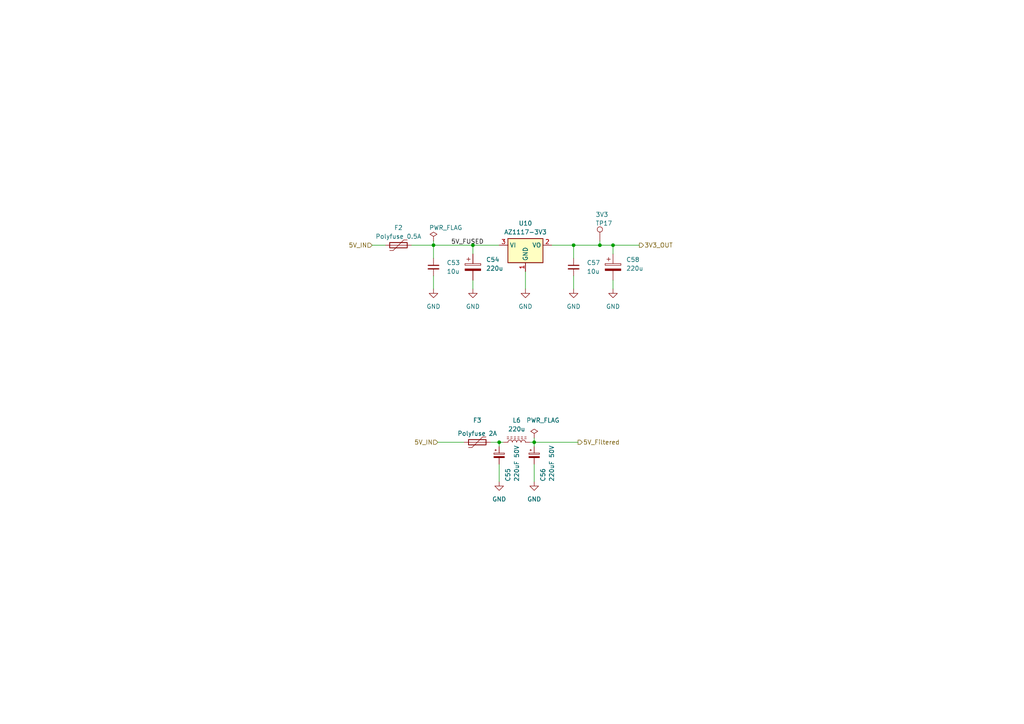
<source format=kicad_sch>
(kicad_sch (version 20230121) (generator eeschema)
  (paper "A4")
  (title_block (title "EuroMeasure Ion Gauge Controller") (date "2024-01-20") (rev "1.1.0"))
  (lib_symbols
    (symbol "Device:C_Polarized" (pin_numbers hide) (pin_names (offset 0.254))
      (property "Reference" "C" (at 0.635 2.54 0))
      (property "Value" "C_Polarized" (at 0.635 -2.54 0))
      (symbol "C_Polarized_0_1"
        (rectangle (start -2.286 0.508) (end 2.286 1.016))
        (polyline (pts (xy -1.778 2.286) (xy -0.762 2.286)))
        (polyline (pts (xy -1.27 2.794) (xy -1.27 1.778)))
        (rectangle (start 2.286 -0.508) (end -2.286 -1.016) (fill (type outline)))
      )
      (symbol "C_Polarized_1_1"
        (pin passive line (at 0 3.81 270) (length 2.794) (name "~") (number "1"))
        (pin passive line (at 0 -3.81 90) (length 2.794) (name "~") (number "2"))
      )
    )
    (symbol "Device:C_Small" (pin_numbers hide) (pin_names (offset 0.254) hide)
      (property "Reference" "C" (at 0.254 1.778 0))
      (property "Value" "C_Small" (at 0.254 -2.032 0))
      (symbol "C_Small_0_1"
        (polyline (pts (xy -1.524 -0.508) (xy 1.524 -0.508)) (stroke (width 0.3302)))
        (polyline (pts (xy -1.524 0.508) (xy 1.524 0.508)) (stroke (width 0.3048)))
      )
      (symbol "C_Small_1_1"
        (pin passive line (at 0 2.54 270) (length 2.032) (name "~") (number "1"))
        (pin passive line (at 0 -2.54 90) (length 2.032) (name "~") (number "2"))
      )
    )
    (symbol "MEMS_IC:AZ1117IH-3.3TRG1-SOT223"
      (property "Reference" "U" (at -3.81 3.175 0))
      (property "Value" "AZ1117-3V3" (at 0 3.175 0))
      (symbol "AZ1117IH-3.3TRG1-SOT223_0_1"
        (rectangle (start -5.08 -5.08) (end 5.08 1.905) (stroke (width 0.254)) (fill (type background)))
      )
      (symbol "AZ1117IH-3.3TRG1-SOT223_1_1"
        (pin power_in line (at 0 -7.62 90) (length 2.54) (name "GND") (number "1"))
        (pin power_out line (at 7.62 0 180) (length 2.54) (name "VO") (number "2"))
        (pin power_in line (at -7.62 0 0) (length 2.54) (name "VI") (number "3"))
      )
    )
    (symbol "MEMS_Other:TP_1mm_via" (pin_numbers hide) (pin_names (offset 0.762) hide) (in_bom no)
      (property "Reference" "TP" (at 0 6.858 0))
      (property "Value" "TestPoint" (at 0 5.08 0))
      (symbol "TP_1mm_via_0_1"
        (circle (center 0 3.302) (radius 0.762))
      )
      (symbol "TP_1mm_via_1_1"
        (pin passive line (at 0 0 90) (length 2.54) (name "1") (number "1"))
      )
    )
    (symbol "MEMS_Passive:C_Elec-220uf-50V" (pin_numbers hide) (pin_names (offset 0.254) hide)
      (property "Reference" "C" (at 0.254 1.778 0))
      (property "Value" "220uF 50V" (at 0.254 -2.032 0))
      (symbol "C_Elec-220uf-50V_0_1"
        (rectangle (start -1.524 -0.3048) (end 1.524 -0.6858) (fill (type outline)))
        (rectangle (start -1.524 0.6858) (end 1.524 0.3048))
        (polyline (pts (xy -1.27 1.524) (xy -0.762 1.524)))
        (polyline (pts (xy -1.016 1.27) (xy -1.016 1.778)))
      )
      (symbol "C_Elec-220uf-50V_1_1"
        (pin passive line (at 0 2.54 270) (length 1.8542) (name "~") (number "1"))
        (pin passive line (at 0 -2.54 90) (length 1.8542) (name "~") (number "2"))
      )
    )
    (symbol "MEMS_Passive:L_220u_10x10" (pin_numbers hide) (pin_names (offset 1.016) hide)
      (property "Reference" "L" (at -1.27 0 90))
      (property "Value" "220u" (at 2.794 0 90))
      (symbol "L_220u_10x10_0_1"
        (arc (start 0 -2.54) (mid 0.6323 -1.905) (end 0 -1.27))
        (arc (start 0 -1.27) (mid 0.6323 -0.635) (end 0 0))
        (polyline (pts (xy 1.016 -2.794) (xy 1.016 -2.286)))
        (polyline (pts (xy 1.016 -1.778) (xy 1.016 -1.27)))
        (polyline (pts (xy 1.016 -0.762) (xy 1.016 -0.254)))
        (polyline (pts (xy 1.016 0.254) (xy 1.016 0.762)))
        (polyline (pts (xy 1.016 1.27) (xy 1.016 1.778)))
        (polyline (pts (xy 1.016 2.286) (xy 1.016 2.794)))
        (polyline (pts (xy 1.524 -2.286) (xy 1.524 -2.794)))
        (polyline (pts (xy 1.524 -1.27) (xy 1.524 -1.778)))
        (polyline (pts (xy 1.524 -0.254) (xy 1.524 -0.762)))
        (polyline (pts (xy 1.524 0.762) (xy 1.524 0.254)))
        (polyline (pts (xy 1.524 1.778) (xy 1.524 1.27)))
        (polyline (pts (xy 1.524 2.794) (xy 1.524 2.286)))
        (arc (start 0 0) (mid 0.6323 0.635) (end 0 1.27))
        (arc (start 0 1.27) (mid 0.6323 1.905) (end 0 2.54))
      )
      (symbol "L_220u_10x10_1_1"
        (pin passive line (at 0 3.81 270) (length 1.27) (name "1") (number "1"))
        (pin passive line (at 0 -3.81 90) (length 1.27) (name "2") (number "2"))
      )
    )
    (symbol "MEMS_Protection:Polyfuse-2A-60V-3425L200/60MR" (pin_numbers hide) (pin_names (offset 0))
      (property "Reference" "F" (at 0 5.08 90))
      (property "Value" "Polyfuse 2A" (at 0 2.54 90))
      (symbol "Polyfuse-2A-60V-3425L200/60MR_0_1"
        (rectangle (start -0.762 2.54) (end 0.762 -2.54) (stroke (width 0.254)))
        (polyline (pts (xy 0 2.54) (xy 0 -2.54)))
        (polyline (pts (xy -1.524 2.54) (xy -1.524 1.524) (xy 1.524 -1.524) (xy 1.524 -2.54)))
      )
      (symbol "Polyfuse-2A-60V-3425L200/60MR_1_1"
        (pin passive line (at 0 3.81 270) (length 1.27) (name "~") (number "1"))
        (pin passive line (at 0 -3.81 90) (length 1.27) (name "~") (number "2"))
      )
    )
    (symbol "MEMS_Protection:Polyfuse-500mA-1206L050/15YR" (pin_numbers hide) (pin_names (offset 0))
      (property "Reference" "F" (at -2.54 0 90))
      (property "Value" "Polyfuse 0.5A" (at 2.54 0 90))
      (symbol "Polyfuse-500mA-1206L050/15YR_0_1"
        (rectangle (start -0.762 2.54) (end 0.762 -2.54) (stroke (width 0.254)))
        (polyline (pts (xy 0 2.54) (xy 0 -2.54)))
        (polyline (pts (xy -1.524 2.54) (xy -1.524 1.524) (xy 1.524 -1.524) (xy 1.524 -2.54)))
      )
      (symbol "Polyfuse-500mA-1206L050/15YR_1_1"
        (pin passive line (at 0 3.81 270) (length 1.27) (name "~") (number "1"))
        (pin passive line (at 0 -3.81 90) (length 1.27) (name "~") (number "2"))
      )
    )
    (symbol "power:GND" (power) (pin_names (offset 0))
      (property "Value" "GND" (at 0 -3.81 0))
      (symbol "GND_0_1"
        (polyline (pts (xy 0 0) (xy 0 -1.27) (xy 1.27 -1.27) (xy 0 -2.54) (xy -1.27 -1.27) (xy 0 -1.27)))
      )
      (symbol "GND_1_1"
        (pin power_in line (at 0 0 270) (length 0) hide (name "GND") (number "1"))
      )
    )
    (symbol "power:PWR_FLAG" (power) (pin_numbers hide) (pin_names (offset 0) hide)
      (property "Value" "PWR_FLAG" (at 0 3.81 0))
      (symbol "PWR_FLAG_0_0"
        (pin power_out line (at 0 0 90) (length 0) (name "pwr") (number "1"))
      )
      (symbol "PWR_FLAG_0_1"
        (polyline (pts (xy 0 0) (xy 0 1.27) (xy -1.016 1.905) (xy 0 2.54) (xy 1.016 1.905) (xy 0 1.27)))
      )
    )
  )
  (junction (at 137.16 71.12))
  (junction (at 177.8 71.12))
  (junction (at 144.78 128.27))
  (junction (at 154.94 128.27))
  (junction (at 125.73 71.12))
  (junction (at 166.37 71.12))
  (junction (at 173.99 71.12))
  (wire (pts (xy 160.02 71.12) (xy 166.37 71.12)))
  (wire (pts (xy 144.78 128.27) (xy 146.05 128.27)))
  (wire (pts (xy 166.37 71.12) (xy 173.99 71.12)))
  (wire (pts (xy 125.73 80.01) (xy 125.73 83.82)))
  (wire (pts (xy 125.73 71.12) (xy 137.16 71.12)))
  (wire (pts (xy 125.73 71.12) (xy 125.73 74.93)))
  (wire (pts (xy 173.99 69.85) (xy 173.99 71.12)))
  (wire (pts (xy 119.38 71.12) (xy 125.73 71.12)))
  (wire (pts (xy 137.16 71.12) (xy 137.16 73.66)))
  (wire (pts (xy 173.99 71.12) (xy 177.8 71.12)))
  (wire (pts (xy 144.78 128.27) (xy 144.78 129.54)))
  (wire (pts (xy 137.16 81.28) (xy 137.16 83.82)))
  (wire (pts (xy 125.73 69.85) (xy 125.73 71.12)))
  (wire (pts (xy 127 128.27) (xy 134.62 128.27)))
  (wire (pts (xy 107.95 71.12) (xy 111.76 71.12)))
  (wire (pts (xy 177.8 71.12) (xy 177.8 73.66)))
  (wire (pts (xy 144.78 134.62) (xy 144.78 139.7)))
  (wire (pts (xy 166.37 71.12) (xy 166.37 74.93)))
  (wire (pts (xy 137.16 71.12) (xy 144.78 71.12)))
  (wire (pts (xy 142.24 128.27) (xy 144.78 128.27)))
  (wire (pts (xy 177.8 71.12) (xy 185.42 71.12)))
  (wire (pts (xy 154.94 127) (xy 154.94 128.27)))
  (wire (pts (xy 152.4 83.82) (xy 152.4 78.74)))
  (wire (pts (xy 177.8 81.28) (xy 177.8 83.82)))
  (wire (pts (xy 154.94 128.27) (xy 153.67 128.27)))
  (wire (pts (xy 154.94 129.54) (xy 154.94 128.27)))
  (wire (pts (xy 154.94 134.62) (xy 154.94 139.7)))
  (wire (pts (xy 166.37 80.01) (xy 166.37 83.82)))
  (wire (pts (xy 154.94 128.27) (xy 167.64 128.27)))
  (label "5V_FUSED" (at 130.81 71.12 0))
  (hierarchical_label "3V3_OUT" (shape output) (at 185.42 71.12 0))
  (hierarchical_label "5V_IN" (shape input) (at 127 128.27 180))
  (hierarchical_label "5V_Filtered" (shape output) (at 167.64 128.27 0))
  (hierarchical_label "5V_IN" (shape input) (at 107.95 71.12 180))
  (symbol (lib_id "power:GND") (at 166.37 83.82 0) (unit 1)
    (property "Reference" "#PWR0102" (effects hide))
    (property "Value" "GND" (at 166.37 88.9 0))
  )
  (symbol (lib_id "Device:C_Small") (at 125.73 77.47 0) (unit 1)
    (property "Reference" "C53" (at 129.54 76.1999 0) (effects (justify left)))
    (property "Value" "10u" (at 129.54 78.7399 0) (effects (justify left)))
    (property "Footprint" "Capacitor_SMD:C_0805_2012Metric_Pad1.18x1.45mm_HandSolder" (effects hide))
  )
  (symbol (lib_id "MEMS_IC:AZ1117IH-3.3TRG1-SOT223") (at 152.4 71.12 0) (unit 1)
    (property "Reference" "U10" (at 152.4 64.77 0))
    (property "Value" "AZ1117-3V3" (at 152.4 67.31 0))
    (property "Footprint" "Package_TO_SOT_SMD:SOT-223-3_TabPin2" (effects hide))
    (property "Datasheet" "https://www.mouser.pl/datasheet/2/115/AZ1117I-1113551.pdf" (effects hide))
    (property "MPN" "AZ1117IH-3.3TRG1" (effects hide))
    (property "Mouser" "621-AZ1117IH-3.3TRG1" (effects hide))
  )
  (symbol (lib_id "MEMS_Passive:C_Elec-220uf-50V") (at 144.78 132.08 0) (unit 1)
    (property "Reference" "C55" (at 147.32 139.7 90) (effects (justify left)))
    (property "Value" "220uF 50V" (at 149.86 139.7 90) (effects (justify left)))
    (property "Footprint" "Capacitor_SMD:CP_Elec_6.3x7.7" (effects hide))
    (property "Datasheet" "https://www.mouser.pl/datasheet/2/445/865060345007-3100475.pdf" (effects hide))
    (property "MPN" "865060345007" (effects hide))
    (property "Mouser" "710-865060345007" (effects hide))
  )
  (symbol (lib_id "Device:C_Polarized") (at 137.16 77.47 0) (unit 1)
    (property "Reference" "C54" (at 140.97 75.3109 0) (effects (justify left)))
    (property "Value" "220u" (at 140.97 77.8509 0) (effects (justify left)))
    (property "Footprint" "Capacitor_SMD:CP_Elec_6.3x7.7" (effects hide))
  )
  (symbol (lib_id "power:GND") (at 177.8 83.82 0) (unit 1)
    (property "Reference" "#PWR0103" (effects hide))
    (property "Value" "GND" (at 177.8 88.9 0))
  )
  (symbol (lib_id "power:GND") (at 144.78 139.7 0) (unit 1)
    (property "Reference" "#PWR099" (effects hide))
    (property "Value" "GND" (at 144.78 144.78 0))
  )
  (symbol (lib_id "power:PWR_FLAG") (at 125.73 69.85 0) (unit 1)
    (property "Reference" "#FLG06" (effects hide))
    (property "Value" "PWR_FLAG" (at 124.46 66.04 0) (effects (justify left)))
  )
  (symbol (lib_id "MEMS_Protection:Polyfuse-500mA-1206L050/15YR") (at 115.57 71.12 90) (unit 1)
    (property "Reference" "F2" (at 115.57 66.04 90))
    (property "Value" "Polyfuse 0.5A" (at 115.57 68.58 90))
    (property "Footprint" "Fuse:Fuse_1210_3225Metric" (effects hide))
    (property "Datasheet" "https://www.mouser.pl/datasheet/2/240/Littelfuse_PTC_1206L_Datasheet_pdf-2956361.pdf" (effects hide))
    (property "MPN" "1206L050/15YR" (effects hide))
    (property "Mouser" "576-1206L050/15YR" (effects hide))
  )
  (symbol (lib_id "Device:C_Polarized") (at 177.8 77.47 0) (unit 1)
    (property "Reference" "C58" (at 181.61 75.3109 0) (effects (justify left)))
    (property "Value" "220u" (at 181.61 77.8509 0) (effects (justify left)))
    (property "Footprint" "Capacitor_SMD:CP_Elec_6.3x7.7" (effects hide))
  )
  (symbol (lib_id "power:PWR_FLAG") (at 154.94 127 0) (unit 1)
    (property "Reference" "#FLG07" (effects hide))
    (property "Value" "PWR_FLAG" (at 157.48 121.92 0))
  )
  (symbol (lib_id "Device:C_Small") (at 166.37 77.47 0) (unit 1)
    (property "Reference" "C57" (at 170.18 76.1999 0) (effects (justify left)))
    (property "Value" "10u" (at 170.18 78.7399 0) (effects (justify left)))
    (property "Footprint" "Capacitor_SMD:C_0805_2012Metric_Pad1.18x1.45mm_HandSolder" (effects hide))
  )
  (symbol (lib_id "MEMS_Passive:C_Elec-220uf-50V") (at 154.94 132.08 0) (unit 1)
    (property "Reference" "C56" (at 157.48 139.7 90) (effects (justify left)))
    (property "Value" "220uF 50V" (at 160.02 139.7 90) (effects (justify left)))
    (property "Footprint" "Capacitor_SMD:CP_Elec_6.3x7.7" (effects hide))
    (property "Datasheet" "https://www.mouser.pl/datasheet/2/445/865060345007-3100475.pdf" (effects hide))
    (property "MPN" "865060345007" (effects hide))
    (property "Mouser" "710-865060345007" (effects hide))
  )
  (symbol (lib_id "power:GND") (at 137.16 83.82 0) (unit 1)
    (property "Reference" "#PWR098" (effects hide))
    (property "Value" "GND" (at 137.16 88.9 0))
  )
  (symbol (lib_id "power:GND") (at 154.94 139.7 0) (unit 1)
    (property "Reference" "#PWR0101" (effects hide))
    (property "Value" "GND" (at 154.94 144.78 0))
  )
  (symbol (lib_id "MEMS_Passive:L_220u_10x10") (at 149.86 128.27 90) (unit 1)
    (property "Reference" "L6" (at 149.86 121.92 90))
    (property "Value" "220u" (at 149.86 124.46 90))
    (property "Footprint" "Inductor_SMD:L_12x12mm_H8mm" (effects hide))
    (property "Datasheet" "https://www.mouser.com/datasheet/2/445/7447709221-3094720.pdf" (effects hide))
    (property "MPN" "7447709221" (effects hide))
    (property "Mouser" "710-7447709221" (effects hide))
  )
  (symbol (lib_id "MEMS_Other:TP_1mm_via") (at 173.99 69.85 0) (unit 1) (in_bom no)
    (property "Reference" "TP17" (at 172.72 64.77 0) (effects (justify left)))
    (property "Value" "3V3" (at 172.72 62.23 0) (effects (justify left)))
    (property "Footprint" "MEMS_Custom:TestPoint_Pad_D1.0mm" (effects hide))
    (property "Sim.Enable" "0" (effects hide))
  )
  (symbol (lib_id "power:GND") (at 152.4 83.82 0) (unit 1)
    (property "Reference" "#PWR0100" (effects hide))
    (property "Value" "GND" (at 152.4 88.9 0))
  )
  (symbol (lib_id "MEMS_Protection:Polyfuse-2A-60V-3425L200/60MR") (at 138.43 128.27 270) (unit 1)
    (property "Reference" "F3" (at 138.43 121.92 90))
    (property "Value" "Polyfuse 2A" (at 138.43 125.73 90))
    (property "Footprint" "MEMS_Passive:Fuse_Littlefuse_3425L" (effects hide))
    (property "Datasheet" "https://www.mouser.pl/datasheet/2/240/Littelfuse_4_13_2023_PTC_3425L_Datasheet_prelimina-3168143.pdf" (effects hide))
    (property "MPN" "3425L200/60MR" (effects hide))
    (property "Mouser" "576-3425L200/60MR" (effects hide))
  )
  (symbol (lib_id "power:GND") (at 125.73 83.82 0) (unit 1)
    (property "Reference" "#PWR097" (effects hide))
    (property "Value" "GND" (at 125.73 88.9 0))
  )
)
</source>
